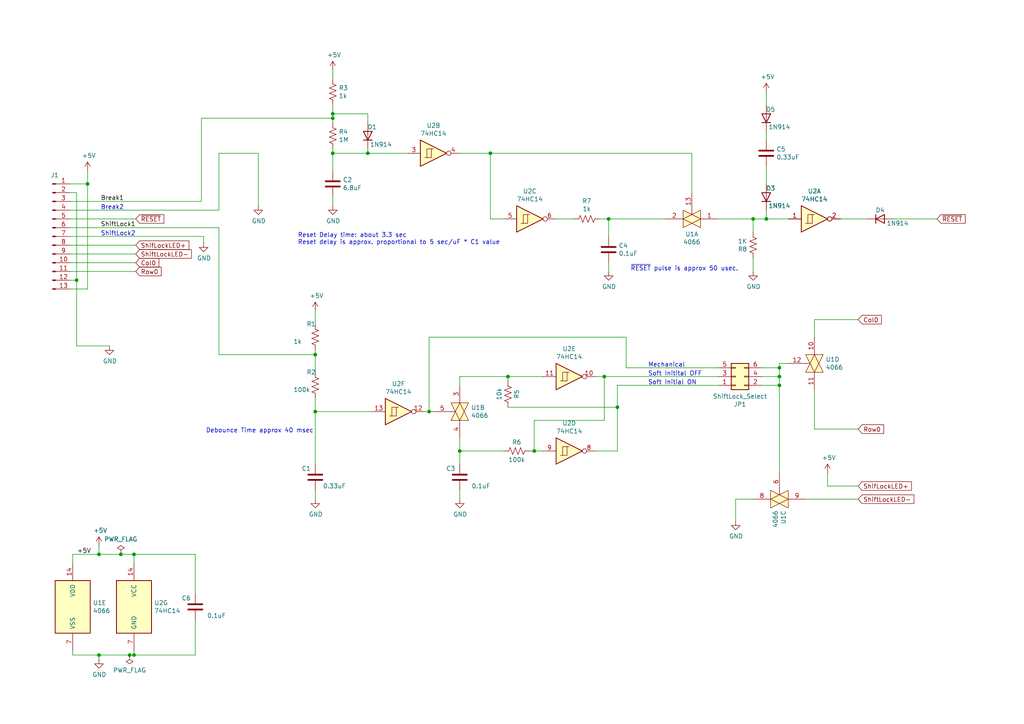
<source format=kicad_sch>
(kicad_sch (version 20211123) (generator eeschema)
  (paper "A4")
  (title_block (title "RESET and SHIFTLOCK circuits") (date "2022-04-07") (rev "1.3") (company "OSIWeb.org"))
  (lib_symbols
    (symbol "4xxx:4066" (pin_names (offset 1.016))
      (property "Reference" "U" (at -7.62 8.89 0))
      (property "Value" "4066" (at -7.62 -8.89 0))
      (symbol "4066_1_0"
        (polyline (pts (xy 0 1.27) (xy 0 2.54)) (stroke (width 0.1524)))
        (polyline (pts (xy -2.54 0) (xy 2.54 2.54) (xy 2.54 -2.54) (xy -2.54 0)) (fill (type background)))
        (polyline (pts (xy -2.54 2.54) (xy 2.54 0) (xy -2.54 -2.54) (xy -2.54 2.54)) (fill (type background)))
        (pin passive line (at -7.62 0 0) (length 5.08) (name "~") (number "1"))
        (pin input line (at 0 7.62 270) (length 5.08) (name "~") (number "13"))
        (pin passive line (at 7.62 0 180) (length 5.08) (name "~") (number "2"))
      )
      (symbol "4066_2_0"
        (polyline (pts (xy 0 1.27) (xy 0 2.54)) (stroke (width 0.1524)))
        (polyline (pts (xy -2.54 0) (xy 2.54 2.54) (xy 2.54 -2.54) (xy -2.54 0)) (fill (type background)))
        (polyline (pts (xy -2.54 2.54) (xy 2.54 0) (xy -2.54 -2.54) (xy -2.54 2.54)) (fill (type background)))
        (pin passive line (at 7.62 0 180) (length 5.08) (name "~") (number "3"))
        (pin passive line (at -7.62 0 0) (length 5.08) (name "~") (number "4"))
        (pin input line (at 0 7.62 270) (length 5.08) (name "~") (number "5"))
      )
      (symbol "4066_3_0"
        (polyline (pts (xy 0 1.27) (xy 0 2.54)) (stroke (width 0.1524)))
        (polyline (pts (xy -2.54 0) (xy 2.54 2.54) (xy 2.54 -2.54) (xy -2.54 0)) (fill (type background)))
        (polyline (pts (xy -2.54 2.54) (xy 2.54 0) (xy -2.54 -2.54) (xy -2.54 2.54)) (fill (type background)))
        (pin input line (at 0 7.62 270) (length 5.08) (name "~") (number "6"))
        (pin passive line (at -7.62 0 0) (length 5.08) (name "~") (number "8"))
        (pin passive line (at 7.62 0 180) (length 5.08) (name "~") (number "9"))
      )
      (symbol "4066_4_0"
        (polyline (pts (xy 0 1.27) (xy 0 2.54)) (stroke (width 0.1524)))
        (polyline (pts (xy -2.54 0) (xy 2.54 2.54) (xy 2.54 -2.54) (xy -2.54 0)) (fill (type background)))
        (polyline (pts (xy -2.54 2.54) (xy 2.54 0) (xy -2.54 -2.54) (xy -2.54 2.54)) (fill (type background)))
        (pin passive line (at 7.62 0 180) (length 5.08) (name "~") (number "10"))
        (pin passive line (at -7.62 0 0) (length 5.08) (name "~") (number "11"))
        (pin input line (at 0 7.62 270) (length 5.08) (name "~") (number "12"))
      )
      (symbol "4066_5_0"
        (pin power_in line (at 0 12.7 270) (length 5.08) (name "VDD") (number "14"))
        (pin power_in line (at 0 -12.7 90) (length 5.08) (name "VSS") (number "7"))
      )
      (symbol "4066_5_1"
        (rectangle (start -5.08 7.62) (end 5.08 -7.62) (stroke (width 0.254)) (fill (type background)))
      )
    )
    (symbol "74xx:74HC14" (pin_names (offset 1.016))
      (property "Reference" "U" (at 0 1.27 0))
      (property "Value" "74HC14" (at 0 -1.27 0))
      (symbol "74HC14_1_0"
        (polyline (pts (xy -3.81 3.81) (xy -3.81 -3.81) (xy 3.81 0) (xy -3.81 3.81)) (stroke (width 0.254)) (fill (type background)))
        (pin input line (at -7.62 0 0) (length 3.81) (name "~") (number "1"))
        (pin output inverted (at 7.62 0 180) (length 3.81) (name "~") (number "2"))
      )
      (symbol "74HC14_1_1"
        (polyline (pts (xy -1.905 -1.27) (xy -1.905 1.27) (xy -0.635 1.27)))
        (polyline (pts (xy -2.54 -1.27) (xy -0.635 -1.27) (xy -0.635 1.27) (xy 0 1.27)))
      )
      (symbol "74HC14_2_0"
        (polyline (pts (xy -3.81 3.81) (xy -3.81 -3.81) (xy 3.81 0) (xy -3.81 3.81)) (stroke (width 0.254)) (fill (type background)))
        (pin input line (at -7.62 0 0) (length 3.81) (name "~") (number "3"))
        (pin output inverted (at 7.62 0 180) (length 3.81) (name "~") (number "4"))
      )
      (symbol "74HC14_2_1"
        (polyline (pts (xy -1.905 -1.27) (xy -1.905 1.27) (xy -0.635 1.27)))
        (polyline (pts (xy -2.54 -1.27) (xy -0.635 -1.27) (xy -0.635 1.27) (xy 0 1.27)))
      )
      (symbol "74HC14_3_0"
        (polyline (pts (xy -3.81 3.81) (xy -3.81 -3.81) (xy 3.81 0) (xy -3.81 3.81)) (stroke (width 0.254)) (fill (type background)))
        (pin input line (at -7.62 0 0) (length 3.81) (name "~") (number "5"))
        (pin output inverted (at 7.62 0 180) (length 3.81) (name "~") (number "6"))
      )
      (symbol "74HC14_3_1"
        (polyline (pts (xy -1.905 -1.27) (xy -1.905 1.27) (xy -0.635 1.27)))
        (polyline (pts (xy -2.54 -1.27) (xy -0.635 -1.27) (xy -0.635 1.27) (xy 0 1.27)))
      )
      (symbol "74HC14_4_0"
        (polyline (pts (xy -3.81 3.81) (xy -3.81 -3.81) (xy 3.81 0) (xy -3.81 3.81)) (stroke (width 0.254)) (fill (type background)))
        (pin output inverted (at 7.62 0 180) (length 3.81) (name "~") (number "8"))
        (pin input line (at -7.62 0 0) (length 3.81) (name "~") (number "9"))
      )
      (symbol "74HC14_4_1"
        (polyline (pts (xy -1.905 -1.27) (xy -1.905 1.27) (xy -0.635 1.27)))
        (polyline (pts (xy -2.54 -1.27) (xy -0.635 -1.27) (xy -0.635 1.27) (xy 0 1.27)))
      )
      (symbol "74HC14_5_0"
        (polyline (pts (xy -3.81 3.81) (xy -3.81 -3.81) (xy 3.81 0) (xy -3.81 3.81)) (stroke (width 0.254)) (fill (type background)))
        (pin output inverted (at 7.62 0 180) (length 3.81) (name "~") (number "10"))
        (pin input line (at -7.62 0 0) (length 3.81) (name "~") (number "11"))
      )
      (symbol "74HC14_5_1"
        (polyline (pts (xy -1.905 -1.27) (xy -1.905 1.27) (xy -0.635 1.27)))
        (polyline (pts (xy -2.54 -1.27) (xy -0.635 -1.27) (xy -0.635 1.27) (xy 0 1.27)))
      )
      (symbol "74HC14_6_0"
        (polyline (pts (xy -3.81 3.81) (xy -3.81 -3.81) (xy 3.81 0) (xy -3.81 3.81)) (stroke (width 0.254)) (fill (type background)))
        (pin output inverted (at 7.62 0 180) (length 3.81) (name "~") (number "12"))
        (pin input line (at -7.62 0 0) (length 3.81) (name "~") (number "13"))
      )
      (symbol "74HC14_6_1"
        (polyline (pts (xy -1.905 -1.27) (xy -1.905 1.27) (xy -0.635 1.27)))
        (polyline (pts (xy -2.54 -1.27) (xy -0.635 -1.27) (xy -0.635 1.27) (xy 0 1.27)))
      )
      (symbol "74HC14_7_0"
        (pin power_in line (at 0 12.7 270) (length 5.08) (name "VCC") (number "14"))
        (pin power_in line (at 0 -12.7 90) (length 5.08) (name "GND") (number "7"))
      )
      (symbol "74HC14_7_1"
        (rectangle (start -5.08 7.62) (end 5.08 -7.62) (stroke (width 0.254)) (fill (type background)))
      )
    )
    (symbol "74xx:74LS14" (pin_names (offset 1.016))
      (property "Reference" "U" (at 0 1.27 0))
      (property "Value" "74LS14" (at 0 -1.27 0))
      (symbol "74LS14_1_0"
        (polyline (pts (xy -3.81 3.81) (xy -3.81 -3.81) (xy 3.81 0) (xy -3.81 3.81)) (stroke (width 0.254)) (fill (type background)))
        (pin input line (at -7.62 0 0) (length 3.81) (name "~") (number "1"))
        (pin output inverted (at 7.62 0 180) (length 3.81) (name "~") (number "2"))
      )
      (symbol "74LS14_1_1"
        (polyline (pts (xy -1.905 -1.27) (xy -1.905 1.27) (xy -0.635 1.27)))
        (polyline (pts (xy -2.54 -1.27) (xy -0.635 -1.27) (xy -0.635 1.27) (xy 0 1.27)))
      )
      (symbol "74LS14_2_0"
        (polyline (pts (xy -3.81 3.81) (xy -3.81 -3.81) (xy 3.81 0) (xy -3.81 3.81)) (stroke (width 0.254)) (fill (type background)))
        (pin input line (at -7.62 0 0) (length 3.81) (name "~") (number "3"))
        (pin output inverted (at 7.62 0 180) (length 3.81) (name "~") (number "4"))
      )
      (symbol "74LS14_2_1"
        (polyline (pts (xy -1.905 -1.27) (xy -1.905 1.27) (xy -0.635 1.27)))
        (polyline (pts (xy -2.54 -1.27) (xy -0.635 -1.27) (xy -0.635 1.27) (xy 0 1.27)))
      )
      (symbol "74LS14_3_0"
        (polyline (pts (xy -3.81 3.81) (xy -3.81 -3.81) (xy 3.81 0) (xy -3.81 3.81)) (stroke (width 0.254)) (fill (type background)))
        (pin input line (at -7.62 0 0) (length 3.81) (name "~") (number "5"))
        (pin output inverted (at 7.62 0 180) (length 3.81) (name "~") (number "6"))
      )
      (symbol "74LS14_3_1"
        (polyline (pts (xy -1.905 -1.27) (xy -1.905 1.27) (xy -0.635 1.27)))
        (polyline (pts (xy -2.54 -1.27) (xy -0.635 -1.27) (xy -0.635 1.27) (xy 0 1.27)))
      )
      (symbol "74LS14_4_0"
        (polyline (pts (xy -3.81 3.81) (xy -3.81 -3.81) (xy 3.81 0) (xy -3.81 3.81)) (stroke (width 0.254)) (fill (type background)))
        (pin output inverted (at 7.62 0 180) (length 3.81) (name "~") (number "8"))
        (pin input line (at -7.62 0 0) (length 3.81) (name "~") (number "9"))
      )
      (symbol "74LS14_4_1"
        (polyline (pts (xy -1.905 -1.27) (xy -1.905 1.27) (xy -0.635 1.27)))
        (polyline (pts (xy -2.54 -1.27) (xy -0.635 -1.27) (xy -0.635 1.27) (xy 0 1.27)))
      )
      (symbol "74LS14_5_0"
        (polyline (pts (xy -3.81 3.81) (xy -3.81 -3.81) (xy 3.81 0) (xy -3.81 3.81)) (stroke (width 0.254)) (fill (type background)))
        (pin output inverted (at 7.62 0 180) (length 3.81) (name "~") (number "10"))
        (pin input line (at -7.62 0 0) (length 3.81) (name "~") (number "11"))
      )
      (symbol "74LS14_5_1"
        (polyline (pts (xy -1.905 -1.27) (xy -1.905 1.27) (xy -0.635 1.27)))
        (polyline (pts (xy -2.54 -1.27) (xy -0.635 -1.27) (xy -0.635 1.27) (xy 0 1.27)))
      )
      (symbol "74LS14_6_0"
        (polyline (pts (xy -3.81 3.81) (xy -3.81 -3.81) (xy 3.81 0) (xy -3.81 3.81)) (stroke (width 0.254)) (fill (type background)))
        (pin output inverted (at 7.62 0 180) (length 3.81) (name "~") (number "12"))
        (pin input line (at -7.62 0 0) (length 3.81) (name "~") (number "13"))
      )
      (symbol "74LS14_6_1"
        (polyline (pts (xy -1.905 -1.27) (xy -1.905 1.27) (xy -0.635 1.27)))
        (polyline (pts (xy -2.54 -1.27) (xy -0.635 -1.27) (xy -0.635 1.27) (xy 0 1.27)))
      )
      (symbol "74LS14_7_0"
        (pin power_in line (at 0 12.7 270) (length 5.08) (name "VCC") (number "14"))
        (pin power_in line (at 0 -12.7 90) (length 5.08) (name "GND") (number "7"))
      )
      (symbol "74LS14_7_1"
        (rectangle (start -5.08 7.62) (end 5.08 -7.62) (stroke (width 0.254)) (fill (type background)))
      )
    )
    (symbol "Connector:Conn_01x13_Male" (pin_names (offset 1.016) hide)
      (property "Reference" "J" (at 0 17.78 0))
      (property "Value" "Conn_01x13_Male" (at 0 -17.78 0))
      (symbol "Conn_01x13_Male_1_1"
        (polyline (pts (xy 1.27 -15.24) (xy 0.8636 -15.24)) (stroke (width 0.1524)))
        (polyline (pts (xy 1.27 -12.7) (xy 0.8636 -12.7)) (stroke (width 0.1524)))
        (polyline (pts (xy 1.27 -10.16) (xy 0.8636 -10.16)) (stroke (width 0.1524)))
        (polyline (pts (xy 1.27 -7.62) (xy 0.8636 -7.62)) (stroke (width 0.1524)))
        (polyline (pts (xy 1.27 -5.08) (xy 0.8636 -5.08)) (stroke (width 0.1524)))
        (polyline (pts (xy 1.27 -2.54) (xy 0.8636 -2.54)) (stroke (width 0.1524)))
        (polyline (pts (xy 1.27 0) (xy 0.8636 0)) (stroke (width 0.1524)))
        (polyline (pts (xy 1.27 2.54) (xy 0.8636 2.54)) (stroke (width 0.1524)))
        (polyline (pts (xy 1.27 5.08) (xy 0.8636 5.08)) (stroke (width 0.1524)))
        (polyline (pts (xy 1.27 7.62) (xy 0.8636 7.62)) (stroke (width 0.1524)))
        (polyline (pts (xy 1.27 10.16) (xy 0.8636 10.16)) (stroke (width 0.1524)))
        (polyline (pts (xy 1.27 12.7) (xy 0.8636 12.7)) (stroke (width 0.1524)))
        (polyline (pts (xy 1.27 15.24) (xy 0.8636 15.24)) (stroke (width 0.1524)))
        (rectangle (start 0.8636 -15.113) (end 0 -15.367) (stroke (width 0.1524)) (fill (type outline)))
        (rectangle (start 0.8636 -12.573) (end 0 -12.827) (stroke (width 0.1524)) (fill (type outline)))
        (rectangle (start 0.8636 -10.033) (end 0 -10.287) (stroke (width 0.1524)) (fill (type outline)))
        (rectangle (start 0.8636 -7.493) (end 0 -7.747) (stroke (width 0.1524)) (fill (type outline)))
        (rectangle (start 0.8636 -4.953) (end 0 -5.207) (stroke (width 0.1524)) (fill (type outline)))
        (rectangle (start 0.8636 -2.413) (end 0 -2.667) (stroke (width 0.1524)) (fill (type outline)))
        (rectangle (start 0.8636 0.127) (end 0 -0.127) (stroke (width 0.1524)) (fill (type outline)))
        (rectangle (start 0.8636 2.667) (end 0 2.413) (stroke (width 0.1524)) (fill (type outline)))
        (rectangle (start 0.8636 5.207) (end 0 4.953) (stroke (width 0.1524)) (fill (type outline)))
        (rectangle (start 0.8636 7.747) (end 0 7.493) (stroke (width 0.1524)) (fill (type outline)))
        (rectangle (start 0.8636 10.287) (end 0 10.033) (stroke (width 0.1524)) (fill (type outline)))
        (rectangle (start 0.8636 12.827) (end 0 12.573) (stroke (width 0.1524)) (fill (type outline)))
        (rectangle (start 0.8636 15.367) (end 0 15.113) (stroke (width 0.1524)) (fill (type outline)))
        (pin passive line (at 5.08 15.24 180) (length 3.81) (name "Pin_1") (number "1"))
        (pin passive line (at 5.08 -7.62 180) (length 3.81) (name "Pin_10") (number "10"))
        (pin passive line (at 5.08 -10.16 180) (length 3.81) (name "Pin_11") (number "11"))
        (pin passive line (at 5.08 -12.7 180) (length 3.81) (name "Pin_12") (number "12"))
        (pin passive line (at 5.08 -15.24 180) (length 3.81) (name "Pin_13") (number "13"))
        (pin passive line (at 5.08 12.7 180) (length 3.81) (name "Pin_2") (number "2"))
        (pin passive line (at 5.08 10.16 180) (length 3.81) (name "Pin_3") (number "3"))
        (pin passive line (at 5.08 7.62 180) (length 3.81) (name "Pin_4") (number "4"))
        (pin passive line (at 5.08 5.08 180) (length 3.81) (name "Pin_5") (number "5"))
        (pin passive line (at 5.08 2.54 180) (length 3.81) (name "Pin_6") (number "6"))
        (pin passive line (at 5.08 0 180) (length 3.81) (name "Pin_7") (number "7"))
        (pin passive line (at 5.08 -2.54 180) (length 3.81) (name "Pin_8") (number "8"))
        (pin passive line (at 5.08 -5.08 180) (length 3.81) (name "Pin_9") (number "9"))
      )
    )
    (symbol "Connector_Generic:Conn_02x03_Odd_Even" (pin_names (offset 1.016) hide)
      (property "Reference" "J" (at 1.27 5.08 0))
      (property "Value" "Conn_02x03_Odd_Even" (at 1.27 -5.08 0))
      (symbol "Conn_02x03_Odd_Even_1_1"
        (rectangle (start -1.27 -2.413) (end 0 -2.667) (stroke (width 0.1524)))
        (rectangle (start -1.27 0.127) (end 0 -0.127) (stroke (width 0.1524)))
        (rectangle (start -1.27 2.667) (end 0 2.413) (stroke (width 0.1524)))
        (rectangle (start -1.27 3.81) (end 3.81 -3.81) (stroke (width 0.254)) (fill (type background)))
        (rectangle (start 3.81 -2.413) (end 2.54 -2.667) (stroke (width 0.1524)))
        (rectangle (start 3.81 0.127) (end 2.54 -0.127) (stroke (width 0.1524)))
        (rectangle (start 3.81 2.667) (end 2.54 2.413) (stroke (width 0.1524)))
        (pin passive line (at -5.08 2.54 0) (length 3.81) (name "Pin_1") (number "1"))
        (pin passive line (at 7.62 2.54 180) (length 3.81) (name "Pin_2") (number "2"))
        (pin passive line (at -5.08 0 0) (length 3.81) (name "Pin_3") (number "3"))
        (pin passive line (at 7.62 0 180) (length 3.81) (name "Pin_4") (number "4"))
        (pin passive line (at -5.08 -2.54 0) (length 3.81) (name "Pin_5") (number "5"))
        (pin passive line (at 7.62 -2.54 180) (length 3.81) (name "Pin_6") (number "6"))
      )
    )
    (symbol "Device:C" (pin_numbers hide) (pin_names (offset 0.254))
      (property "Reference" "C" (at 0.635 2.54 0))
      (property "Value" "C" (at 0.635 -2.54 0))
      (symbol "C_0_1"
        (polyline (pts (xy -2.032 -0.762) (xy 2.032 -0.762)) (stroke (width 0.508)))
        (polyline (pts (xy -2.032 0.762) (xy 2.032 0.762)) (stroke (width 0.508)))
      )
      (symbol "C_1_1"
        (pin passive line (at 0 3.81 270) (length 2.794) (name "~") (number "1"))
        (pin passive line (at 0 -3.81 90) (length 2.794) (name "~") (number "2"))
      )
    )
    (symbol "Device:R_US" (pin_numbers hide) (pin_names (offset 0))
      (property "Reference" "R" (at 2.54 0 90))
      (property "Value" "R_US" (at -2.54 0 90))
      (symbol "R_US_0_1"
        (polyline (pts (xy 0 -2.286) (xy 0 -2.54)))
        (polyline (pts (xy 0 2.286) (xy 0 2.54)))
        (polyline (pts (xy 0 -0.762) (xy 1.016 -1.143) (xy 0 -1.524) (xy -1.016 -1.905) (xy 0 -2.286)))
        (polyline (pts (xy 0 0.762) (xy 1.016 0.381) (xy 0 0) (xy -1.016 -0.381) (xy 0 -0.762)))
        (polyline (pts (xy 0 2.286) (xy 1.016 1.905) (xy 0 1.524) (xy -1.016 1.143) (xy 0 0.762)))
      )
      (symbol "R_US_1_1"
        (pin passive line (at 0 3.81 270) (length 1.27) (name "~") (number "1"))
        (pin passive line (at 0 -3.81 90) (length 1.27) (name "~") (number "2"))
      )
    )
    (symbol "Diode:1N914" (pin_numbers hide) (pin_names (offset 1.016) hide)
      (property "Reference" "D" (at 0 2.54 0))
      (property "Value" "1N914" (at 0 -2.54 0))
      (symbol "1N914_0_1"
        (polyline (pts (xy -1.27 1.27) (xy -1.27 -1.27)) (stroke (width 0.254)))
        (polyline (pts (xy 1.27 0) (xy -1.27 0)))
        (polyline (pts (xy 1.27 1.27) (xy 1.27 -1.27) (xy -1.27 0) (xy 1.27 1.27)) (stroke (width 0.254)))
      )
      (symbol "1N914_1_1"
        (pin passive line (at -3.81 0 0) (length 2.54) (name "K") (number "1"))
        (pin passive line (at 3.81 0 180) (length 2.54) (name "A") (number "2"))
      )
    )
    (symbol "power:+5V" (power) (pin_names (offset 0))
      (property "Value" "+5V" (at 0 3.556 0))
      (symbol "+5V_0_1"
        (polyline (pts (xy -0.762 1.27) (xy 0 2.54)))
        (polyline (pts (xy 0 0) (xy 0 2.54)))
        (polyline (pts (xy 0 2.54) (xy 0.762 1.27)))
      )
      (symbol "+5V_1_1"
        (pin power_in line (at 0 0 90) (length 0) hide (name "+5V") (number "1"))
      )
    )
    (symbol "power:GND" (power) (pin_names (offset 0))
      (property "Value" "GND" (at 0 -3.81 0))
      (symbol "GND_0_1"
        (polyline (pts (xy 0 0) (xy 0 -1.27) (xy 1.27 -1.27) (xy 0 -2.54) (xy -1.27 -1.27) (xy 0 -1.27)))
      )
      (symbol "GND_1_1"
        (pin power_in line (at 0 0 270) (length 0) hide (name "GND") (number "1"))
      )
    )
    (symbol "power:PWR_FLAG" (power) (pin_numbers hide) (pin_names (offset 0) hide)
      (property "Value" "PWR_FLAG" (at 0 3.81 0))
      (symbol "PWR_FLAG_0_0"
        (pin power_out line (at 0 0 90) (length 0) (name "pwr") (number "1"))
      )
      (symbol "PWR_FLAG_0_1"
        (polyline (pts (xy 0 0) (xy 0 1.27) (xy -1.016 1.905) (xy 0 2.54) (xy 1.016 1.905) (xy 0 1.27)))
      )
    )
  )
  (junction (at 25.4 53.34))
  (junction (at 38.862 160.782))
  (junction (at 35.052 160.782))
  (junction (at 147.32 109.22))
  (junction (at 28.702 160.782))
  (junction (at 226.06 109.22))
  (junction (at 91.44 119.38))
  (junction (at 176.53 63.5))
  (junction (at 96.52 44.45))
  (junction (at 124.46 119.38))
  (junction (at 28.702 189.992))
  (junction (at 37.592 189.992))
  (junction (at 133.35 130.81))
  (junction (at 91.44 102.87))
  (junction (at 38.862 189.992))
  (junction (at 175.26 109.22))
  (junction (at 218.44 63.5))
  (junction (at 226.06 106.68))
  (junction (at 226.06 111.76))
  (junction (at 154.94 130.81))
  (junction (at 179.07 118.11))
  (junction (at 22.225 81.28))
  (junction (at 106.68 44.45))
  (junction (at 96.52 34.29))
  (junction (at 142.24 44.45))
  (junction (at 222.25 63.5))
  (junction (at 96.52 33.02))
  (wire (pts (xy 106.68 35.56) (xy 106.68 33.02)))
  (wire (pts (xy 20.32 81.28) (xy 22.225 81.28)))
  (wire (pts (xy 20.32 76.2) (xy 39.37 76.2)))
  (wire (pts (xy 226.06 109.22) (xy 220.98 109.22)))
  (wire (pts (xy 20.32 55.88) (xy 22.225 55.88)))
  (wire (pts (xy 222.25 40.64) (xy 222.25 38.1)))
  (wire (pts (xy 236.22 113.03) (xy 236.22 124.46)))
  (wire (pts (xy 226.06 105.41) (xy 226.06 106.68)))
  (wire (pts (xy 59.055 68.58) (xy 59.055 70.485)))
  (wire (pts (xy 226.06 105.41) (xy 228.6 105.41)))
  (wire (pts (xy 124.46 119.38) (xy 124.46 97.79)))
  (wire (pts (xy 28.702 189.992) (xy 37.592 189.992)))
  (wire (pts (xy 22.225 55.88) (xy 22.225 81.28)))
  (wire (pts (xy 58.42 34.29) (xy 96.52 34.29)))
  (wire (pts (xy 38.862 160.782) (xy 38.862 163.322)))
  (wire (pts (xy 154.94 130.81) (xy 157.48 130.81)))
  (wire (pts (xy 20.32 68.58) (xy 59.055 68.58)))
  (wire (pts (xy 175.26 121.92) (xy 175.26 109.22)))
  (wire (pts (xy 20.32 71.12) (xy 39.37 71.12)))
  (wire (pts (xy 22.225 81.28) (xy 22.225 100.33)))
  (wire (pts (xy 208.28 63.5) (xy 218.44 63.5)))
  (wire (pts (xy 179.07 111.76) (xy 208.28 111.76)))
  (wire (pts (xy 226.06 111.76) (xy 226.06 137.16)))
  (wire (pts (xy 236.22 92.71) (xy 248.92 92.71)))
  (wire (pts (xy 233.68 144.78) (xy 248.92 144.78)))
  (wire (pts (xy 91.44 102.87) (xy 91.44 101.6)))
  (wire (pts (xy 240.03 140.97) (xy 248.92 140.97)))
  (wire (pts (xy 142.24 44.45) (xy 200.66 44.45)))
  (wire (pts (xy 208.28 109.22) (xy 175.26 109.22)))
  (wire (pts (xy 96.52 43.18) (xy 96.52 44.45)))
  (wire (pts (xy 222.25 53.34) (xy 222.25 48.26)))
  (wire (pts (xy 21.082 163.322) (xy 21.082 160.782)))
  (wire (pts (xy 28.702 160.782) (xy 35.052 160.782)))
  (wire (pts (xy 176.53 63.5) (xy 193.04 63.5)))
  (wire (pts (xy 157.48 109.22) (xy 147.32 109.22)))
  (wire (pts (xy 106.68 44.45) (xy 96.52 44.45)))
  (wire (pts (xy 222.25 63.5) (xy 222.25 60.96)))
  (wire (pts (xy 35.052 160.782) (xy 38.862 160.782)))
  (wire (pts (xy 236.22 97.79) (xy 236.22 92.71)))
  (wire (pts (xy 213.36 144.78) (xy 218.44 144.78)))
  (wire (pts (xy 146.05 63.5) (xy 142.24 63.5)))
  (wire (pts (xy 133.35 142.24) (xy 133.35 144.78)))
  (wire (pts (xy 240.03 137.16) (xy 240.03 140.97)))
  (wire (pts (xy 96.52 44.45) (xy 96.52 49.53)))
  (wire (pts (xy 20.32 60.96) (xy 63.5 60.96)))
  (wire (pts (xy 133.35 44.45) (xy 142.24 44.45)))
  (wire (pts (xy 96.52 33.02) (xy 96.52 34.29)))
  (wire (pts (xy 236.22 124.46) (xy 248.92 124.46)))
  (wire (pts (xy 58.42 58.42) (xy 58.42 34.29)))
  (wire (pts (xy 271.78 63.5) (xy 259.08 63.5)))
  (wire (pts (xy 91.44 93.98) (xy 91.44 90.17)))
  (wire (pts (xy 63.5 44.45) (xy 63.5 60.96)))
  (wire (pts (xy 96.52 33.02) (xy 106.68 33.02)))
  (wire (pts (xy 124.46 97.79) (xy 181.61 97.79)))
  (wire (pts (xy 91.44 119.38) (xy 107.95 119.38)))
  (wire (pts (xy 176.53 78.74) (xy 176.53 76.2)))
  (wire (pts (xy 153.67 130.81) (xy 154.94 130.81)))
  (wire (pts (xy 218.44 67.31) (xy 218.44 63.5)))
  (wire (pts (xy 21.082 189.992) (xy 21.082 188.722)))
  (wire (pts (xy 222.25 63.5) (xy 228.6 63.5)))
  (wire (pts (xy 218.44 63.5) (xy 222.25 63.5)))
  (wire (pts (xy 222.25 30.48) (xy 222.25 26.67)))
  (wire (pts (xy 147.32 109.22) (xy 147.32 110.49)))
  (wire (pts (xy 91.44 144.78) (xy 91.44 142.24)))
  (wire (pts (xy 179.07 118.11) (xy 179.07 111.76)))
  (wire (pts (xy 218.44 74.93) (xy 218.44 78.74)))
  (wire (pts (xy 28.702 191.262) (xy 28.702 189.992)))
  (wire (pts (xy 200.66 44.45) (xy 200.66 55.88)))
  (wire (pts (xy 25.4 83.82) (xy 25.4 53.34)))
  (wire (pts (xy 181.61 106.68) (xy 208.28 106.68)))
  (wire (pts (xy 220.98 106.68) (xy 226.06 106.68)))
  (wire (pts (xy 74.93 44.45) (xy 74.93 59.69)))
  (wire (pts (xy 56.642 160.782) (xy 56.642 172.212)))
  (wire (pts (xy 154.94 121.92) (xy 175.26 121.92)))
  (wire (pts (xy 21.082 189.992) (xy 28.702 189.992)))
  (wire (pts (xy 147.32 118.11) (xy 179.07 118.11)))
  (wire (pts (xy 63.5 66.04) (xy 63.5 102.87)))
  (wire (pts (xy 56.642 179.832) (xy 56.642 189.992)))
  (wire (pts (xy 63.5 102.87) (xy 91.44 102.87)))
  (wire (pts (xy 226.06 109.22) (xy 226.06 111.76)))
  (wire (pts (xy 63.5 44.45) (xy 74.93 44.45)))
  (wire (pts (xy 96.52 34.29) (xy 96.52 35.56)))
  (wire (pts (xy 133.35 109.22) (xy 147.32 109.22)))
  (wire (pts (xy 213.36 144.78) (xy 213.36 151.13)))
  (wire (pts (xy 37.592 189.992) (xy 38.862 189.992)))
  (wire (pts (xy 91.44 119.38) (xy 91.44 134.62)))
  (wire (pts (xy 20.32 78.74) (xy 39.37 78.74)))
  (wire (pts (xy 133.35 130.81) (xy 133.35 134.62)))
  (wire (pts (xy 179.07 130.81) (xy 172.72 130.81)))
  (wire (pts (xy 96.52 59.69) (xy 96.52 57.15)))
  (wire (pts (xy 22.225 100.33) (xy 31.75 100.33)))
  (wire (pts (xy 226.06 106.68) (xy 226.06 109.22)))
  (wire (pts (xy 179.07 118.11) (xy 179.07 130.81)))
  (wire (pts (xy 106.68 43.18) (xy 106.68 44.45)))
  (wire (pts (xy 91.44 119.38) (xy 91.44 115.57)))
  (wire (pts (xy 20.32 58.42) (xy 58.42 58.42)))
  (wire (pts (xy 146.05 130.81) (xy 133.35 130.81)))
  (wire (pts (xy 28.702 158.242) (xy 28.702 160.782)))
  (wire (pts (xy 38.862 188.722) (xy 38.862 189.992)))
  (wire (pts (xy 20.32 73.66) (xy 39.37 73.66)))
  (wire (pts (xy 175.26 109.22) (xy 172.72 109.22)))
  (wire (pts (xy 142.24 63.5) (xy 142.24 44.45)))
  (wire (pts (xy 38.862 160.782) (xy 56.642 160.782)))
  (wire (pts (xy 123.19 119.38) (xy 124.46 119.38)))
  (wire (pts (xy 220.98 111.76) (xy 226.06 111.76)))
  (wire (pts (xy 118.11 44.45) (xy 106.68 44.45)))
  (wire (pts (xy 96.52 20.32) (xy 96.52 22.86)))
  (wire (pts (xy 166.37 63.5) (xy 161.29 63.5)))
  (wire (pts (xy 96.52 30.48) (xy 96.52 33.02)))
  (wire (pts (xy 133.35 130.81) (xy 133.35 127)))
  (wire (pts (xy 124.46 119.38) (xy 125.73 119.38)))
  (wire (pts (xy 133.35 111.76) (xy 133.35 109.22)))
  (wire (pts (xy 176.53 63.5) (xy 176.53 68.58)))
  (wire (pts (xy 181.61 97.79) (xy 181.61 106.68)))
  (wire (pts (xy 91.44 102.87) (xy 91.44 107.95)))
  (wire (pts (xy 251.46 63.5) (xy 243.84 63.5)))
  (wire (pts (xy 20.32 63.5) (xy 39.37 63.5)))
  (wire (pts (xy 21.082 160.782) (xy 28.702 160.782)))
  (wire (pts (xy 176.53 63.5) (xy 173.99 63.5)))
  (wire (pts (xy 154.94 130.81) (xy 154.94 121.92)))
  (wire (pts (xy 20.32 83.82) (xy 25.4 83.82)))
  (wire (pts (xy 25.4 49.53) (xy 25.4 53.34)))
  (wire (pts (xy 20.32 66.04) (xy 63.5 66.04)))
  (wire (pts (xy 56.642 189.992) (xy 38.862 189.992)))
  (wire (pts (xy 25.4 53.34) (xy 20.32 53.34)))
  (text "Mechanical" (at 187.96 106.68 0) (effects (font (size 1.27 1.27)) (justify left bottom)))
  (text "Soft Initital OFF" (at 187.96 109.22 0) (effects (font (size 1.27 1.27)) (justify left bottom)))
  (text "Break2" (at 29.21 60.96 0) (effects (font (size 1.27 1.27)) (justify left bottom)))
  (text "Reset Delay time: about 3.3 sec\nReset delay is approx. proportional to 5 sec/uF * C1 value" (at 86.36 71.12 0) (effects (font (size 1.27 1.27)) (justify left bottom)))
  (text "Debounce Time approx 40 msec" (at 59.69 125.73 0) (effects (font (size 1.27 1.27)) (justify left bottom)))
  (text "~{RESET} pulse is approx 50 usec." (at 182.88 78.74 0) (effects (font (size 1.27 1.27)) (justify left bottom)))
  (text "Soft Initial ON" (at 187.96 111.76 0) (effects (font (size 1.27 1.27)) (justify left bottom)))
  (text "ShiftLock2" (at 29.21 68.58 0) (effects (font (size 1.27 1.27)) (justify left bottom)))
  (label "ShiftLock1" (at 29.21 66.04 0))
  (label "+5V" (at 22.352 160.782 0))
  (label "Break1" (at 29.21 58.42 0))
  (global_label "~{RESET}" (shape input) (at 271.78 63.5 0) (property "Intersheet References" "${INTERSHEET_REFS}" (effects hide)))
  (global_label "ShiftLockLED-" (shape input) (at 248.92 144.78 0) (property "Intersheet References" "${INTERSHEET_REFS}" (effects hide)))
  (global_label "ShifLockLED+" (shape input) (at 39.37 71.12 0) (property "Intersheet References" "${INTERSHEET_REFS}" (effects hide)))
  (global_label "Row0" (shape input) (at 248.92 124.46 0) (property "Intersheet References" "${INTERSHEET_REFS}" (effects hide)))
  (global_label "ShifLockLED+" (shape input) (at 248.92 140.97 0) (property "Intersheet References" "${INTERSHEET_REFS}" (effects hide)))
  (global_label "Row0" (shape input) (at 39.37 78.74 0) (property "Intersheet References" "${INTERSHEET_REFS}" (effects hide)))
  (global_label "~{RESET}" (shape input) (at 39.37 63.5 0) (property "Intersheet References" "${INTERSHEET_REFS}" (effects hide)))
  (global_label "ShiftLockLED-" (shape input) (at 39.37 73.66 0) (property "Intersheet References" "${INTERSHEET_REFS}" (effects hide)))
  (global_label "Col0" (shape input) (at 248.92 92.71 0) (property "Intersheet References" "${INTERSHEET_REFS}" (effects hide)))
  (global_label "Col0" (shape input) (at 39.37 76.2 0) (property "Intersheet References" "${INTERSHEET_REFS}" (effects hide)))
  (symbol (lib_id "4xxx:4066") (at 226.06 144.78 0) (unit 3)
    (property "Reference" "U1" (at 227.2284 148.0312 90) (effects (justify right)))
    (property "Value" "4066" (at 224.917 148.0312 90) (effects (justify right)))
    (property "Footprint" "Package_DIP:DIP-14_W7.62mm" (effects hide))
    (property "Datasheet" "http://www.ti.com/lit/ds/symlink/cd4066b.pdf" (effects hide))
  )
  (symbol (lib_id "power:GND") (at 213.36 151.13 0) (unit 1)
    (property "Reference" "#PWR013" (effects hide))
    (property "Value" "GND" (at 213.487 155.5242 0))
  )
  (symbol (lib_id "Diode:1N914") (at 222.25 34.29 90) (unit 1)
    (property "Reference" "D5" (at 223.52 31.75 90))
    (property "Value" "1N914" (at 226.06 36.83 90))
    (property "Footprint" "Diode_THT:D_DO-35_SOD27_P7.62mm_Horizontal" (effects hide))
    (property "Datasheet" "http://www.vishay.com/docs/85622/1n914.pdf" (effects hide))
  )
  (symbol (lib_id "Connector_Generic:Conn_02x03_Odd_Even") (at 213.36 109.22 0) (mirror x) (unit 1)
    (property "Reference" "JP1" (at 214.63 117.2718 0))
    (property "Value" "ShiftLock_Select" (at 214.63 114.9604 0))
    (property "Footprint" "Connector_PinHeader_2.54mm:PinHeader_2x03_P2.54mm_Vertical" (effects hide))
  )
  (symbol (lib_id "Diode:1N914") (at 255.27 63.5 0) (unit 1)
    (property "Reference" "D4" (at 255.27 60.96 0))
    (property "Value" "1N914" (at 260.35 64.77 0))
    (property "Footprint" "Diode_THT:D_DO-35_SOD27_P7.62mm_Horizontal" (effects hide))
    (property "Datasheet" "http://www.vishay.com/docs/85622/1n914.pdf" (effects hide))
  )
  (symbol (lib_id "Device:C") (at 56.642 176.022 180) (unit 1)
    (property "Reference" "C6" (at 55.372 173.482 0) (effects (justify left)))
    (property "Value" "0.1uF" (at 65.532 178.562 0) (effects (justify left)))
    (property "Footprint" "Capacitor_THT:C_Disc_D6.0mm_W2.5mm_P5.00mm" (effects hide))
  )
  (symbol (lib_id "74xx:74HC14") (at 125.73 44.45 0) (unit 2)
    (property "Reference" "U2" (at 125.73 36.3982 0))
    (property "Value" "74HC14" (at 125.73 38.7096 0))
    (property "Footprint" "Package_DIP:DIP-14_W7.62mm" (effects hide))
    (property "Datasheet" "http://www.ti.com/lit/gpn/sn74HC14" (effects hide))
  )
  (symbol (lib_id "74xx:74HC14") (at 236.22 63.5 0) (unit 1)
    (property "Reference" "U2" (at 236.22 55.4482 0))
    (property "Value" "74HC14" (at 236.22 57.7596 0))
    (property "Footprint" "Package_DIP:DIP-14_W7.62mm" (effects hide))
    (property "Datasheet" "http://www.ti.com/lit/gpn/sn74HC14" (effects hide))
  )
  (symbol (lib_id "74xx:74HC14") (at 153.67 63.5 0) (unit 3)
    (property "Reference" "U2" (at 153.67 55.4482 0))
    (property "Value" "74HC14" (at 153.67 57.7596 0))
    (property "Footprint" "Package_DIP:DIP-14_W7.62mm" (effects hide))
    (property "Datasheet" "http://www.ti.com/lit/gpn/sn74HC14" (effects hide))
  )
  (symbol (lib_id "74xx:74HC14") (at 165.1 130.81 0) (unit 4)
    (property "Reference" "U2" (at 165.1 122.7582 0))
    (property "Value" "74HC14" (at 165.1 125.0696 0))
    (property "Footprint" "Package_DIP:DIP-14_W7.62mm" (effects hide))
    (property "Datasheet" "http://www.ti.com/lit/gpn/sn74HC14" (effects hide))
  )
  (symbol (lib_id "74xx:74HC14") (at 165.1 109.22 0) (unit 5)
    (property "Reference" "U2" (at 165.1 101.1682 0))
    (property "Value" "74HC14" (at 165.1 103.4796 0))
    (property "Footprint" "Package_DIP:DIP-14_W7.62mm" (effects hide))
    (property "Datasheet" "http://www.ti.com/lit/gpn/sn74HC14" (effects hide))
  )
  (symbol (lib_id "74xx:74HC14") (at 115.57 119.38 0) (unit 6)
    (property "Reference" "U2" (at 115.57 111.3282 0))
    (property "Value" "74HC14" (at 115.57 113.6396 0))
    (property "Footprint" "Package_DIP:DIP-14_W7.62mm" (effects hide))
    (property "Datasheet" "http://www.ti.com/lit/gpn/sn74HC14" (effects hide))
  )
  (symbol (lib_id "Device:R_US") (at 149.86 130.81 90) (unit 1)
    (property "Reference" "R6" (at 149.86 128.27 90))
    (property "Value" "100k" (at 149.86 133.35 90))
    (property "Footprint" "Resistor_THT:R_Axial_DIN0207_L6.3mm_D2.5mm_P10.16mm_Horizontal" (effects hide))
  )
  (symbol (lib_id "Device:R_US") (at 147.32 114.3 0) (unit 1)
    (property "Reference" "R5" (at 149.86 114.3 90))
    (property "Value" "10k" (at 144.78 114.3 90))
    (property "Footprint" "Resistor_THT:R_Axial_DIN0207_L6.3mm_D2.5mm_P10.16mm_Horizontal" (effects hide))
  )
  (symbol (lib_id "power:GND") (at 133.35 144.78 0) (unit 1)
    (property "Reference" "#PWR011" (effects hide))
    (property "Value" "GND" (at 133.477 149.1742 0))
  )
  (symbol (lib_id "Device:C") (at 133.35 138.43 180) (unit 1)
    (property "Reference" "C3" (at 132.08 135.89 0) (effects (justify left)))
    (property "Value" "0.1uF" (at 142.24 140.97 0) (effects (justify left)))
    (property "Footprint" "Capacitor_THT:C_Disc_D6.0mm_W2.5mm_P5.00mm" (effects hide))
  )
  (symbol (lib_id "Device:R_US") (at 96.52 39.37 0) (unit 1)
    (property "Reference" "R4" (at 98.2472 38.2016 0) (effects (justify left)))
    (property "Value" "1M" (at 98.2472 40.513 0) (effects (justify left)))
    (property "Footprint" "Resistor_THT:R_Axial_DIN0207_L6.3mm_D2.5mm_P10.16mm_Horizontal" (effects hide))
  )
  (symbol (lib_id "Device:C") (at 96.52 53.34 0) (unit 1)
    (property "Reference" "C2" (at 99.441 52.1716 0) (effects (justify left)))
    (property "Value" "6.8uF" (at 99.441 54.483 0) (effects (justify left)))
    (property "Footprint" "Capacitor_THT:C_Disc_D6.0mm_W2.5mm_P5.00mm" (effects hide))
  )
  (symbol (lib_id "power:GND") (at 96.52 59.69 0) (unit 1)
    (property "Reference" "#PWR010" (effects hide))
    (property "Value" "GND" (at 96.647 64.0842 0))
  )
  (symbol (lib_id "4xxx:4066") (at 236.22 105.41 90) (unit 4)
    (property "Reference" "U1" (at 239.4712 104.2416 90) (effects (justify right)))
    (property "Value" "4066" (at 239.4712 106.553 90) (effects (justify right)))
    (property "Footprint" "Package_DIP:DIP-14_W7.62mm" (effects hide))
    (property "Datasheet" "http://www.ti.com/lit/ds/symlink/cd4066b.pdf" (effects hide))
  )
  (symbol (lib_id "4xxx:4066") (at 133.35 119.38 90) (unit 2)
    (property "Reference" "U1" (at 136.6012 118.2116 90) (effects (justify right)))
    (property "Value" "4066" (at 136.6012 120.523 90) (effects (justify right)))
    (property "Footprint" "Package_DIP:DIP-14_W7.62mm" (effects hide))
    (property "Datasheet" "http://www.ti.com/lit/ds/symlink/cd4066b.pdf" (effects hide))
  )
  (symbol (lib_id "4xxx:4066") (at 200.66 63.5 0) (mirror y) (unit 1)
    (property "Reference" "U1" (at 200.66 67.8942 0))
    (property "Value" "4066" (at 200.66 70.2056 0))
    (property "Footprint" "Package_DIP:DIP-14_W7.62mm" (effects hide))
    (property "Datasheet" "http://www.ti.com/lit/ds/symlink/cd4066b.pdf" (effects hide))
  )
  (symbol (lib_id "power:GND") (at 59.055 70.485 0) (unit 1)
    (property "Reference" "#PWR06" (effects hide))
    (property "Value" "GND" (at 59.182 74.8792 0))
  )
  (symbol (lib_id "Device:R_US") (at 91.44 111.76 0) (unit 1)
    (property "Reference" "R2" (at 88.9 107.95 0) (effects (justify left)))
    (property "Value" "100k" (at 85.09 113.03 0) (effects (justify left)))
    (property "Footprint" "Resistor_THT:R_Axial_DIN0207_L6.3mm_D2.5mm_P10.16mm_Horizontal" (effects hide))
  )
  (symbol (lib_id "power:+5V") (at 91.44 90.17 0) (unit 1)
    (property "Reference" "#PWR07" (effects hide))
    (property "Value" "+5V" (at 91.821 85.7758 0))
  )
  (symbol (lib_id "Device:C") (at 91.44 138.43 180) (unit 1)
    (property "Reference" "C1" (at 90.17 135.89 0) (effects (justify left)))
    (property "Value" "0.33uF" (at 100.33 140.97 0) (effects (justify left)))
    (property "Footprint" "Capacitor_THT:C_Disc_D6.0mm_W2.5mm_P5.00mm" (effects hide))
  )
  (symbol (lib_id "power:GND") (at 91.44 144.78 0) (unit 1)
    (property "Reference" "#PWR08" (effects hide))
    (property "Value" "GND" (at 91.567 149.1742 0))
  )
  (symbol (lib_id "power:+5V") (at 96.52 20.32 0) (unit 1)
    (property "Reference" "#PWR09" (effects hide))
    (property "Value" "+5V" (at 96.901 15.9258 0))
  )
  (symbol (lib_id "power:+5V") (at 240.03 137.16 0) (unit 1)
    (property "Reference" "#PWR014" (effects hide))
    (property "Value" "+5V" (at 240.411 132.7658 0))
  )
  (symbol (lib_id "Device:C") (at 176.53 72.39 0) (unit 1)
    (property "Reference" "C4" (at 179.451 71.2216 0) (effects (justify left)))
    (property "Value" "0.1uF" (at 179.451 73.533 0) (effects (justify left)))
    (property "Footprint" "Capacitor_THT:C_Disc_D6.0mm_W2.5mm_P5.00mm" (effects hide))
  )
  (symbol (lib_id "power:GND") (at 176.53 78.74 0) (unit 1)
    (property "Reference" "#PWR012" (effects hide))
    (property "Value" "GND" (at 176.657 83.1342 0))
  )
  (symbol (lib_id "Device:R_US") (at 170.18 63.5 270) (unit 1)
    (property "Reference" "R7" (at 170.18 58.293 90))
    (property "Value" "1k" (at 170.18 60.6044 90))
    (property "Footprint" "Resistor_THT:R_Axial_DIN0207_L6.3mm_D2.5mm_P10.16mm_Horizontal" (effects hide))
  )
  (symbol (lib_id "Device:R_US") (at 96.52 26.67 0) (unit 1)
    (property "Reference" "R3" (at 98.2472 25.5016 0) (effects (justify left)))
    (property "Value" "1k" (at 98.2472 27.813 0) (effects (justify left)))
    (property "Footprint" "Resistor_THT:R_Axial_DIN0207_L6.3mm_D2.5mm_P10.16mm_Horizontal" (effects hide))
  )
  (symbol (lib_id "Device:R_US") (at 218.44 71.12 180) (unit 1)
    (property "Reference" "R8" (at 216.7128 72.2884 0) (effects (justify left)))
    (property "Value" "1K" (at 216.7128 69.977 0) (effects (justify left)))
    (property "Footprint" "Resistor_THT:R_Axial_DIN0207_L6.3mm_D2.5mm_P10.16mm_Horizontal" (effects hide))
  )
  (symbol (lib_id "power:GND") (at 218.44 78.74 0) (unit 1)
    (property "Reference" "#PWR015" (effects hide))
    (property "Value" "GND" (at 218.567 83.1342 0))
  )
  (symbol (lib_id "Diode:1N914") (at 106.68 39.37 90) (unit 1)
    (property "Reference" "D1" (at 107.95 36.83 90))
    (property "Value" "1N914" (at 110.49 41.91 90))
    (property "Footprint" "Diode_THT:D_DO-35_SOD27_P7.62mm_Horizontal" (effects hide))
    (property "Datasheet" "http://www.vishay.com/docs/85622/1n914.pdf" (effects hide))
  )
  (symbol (lib_id "power:GND") (at 74.93 59.69 0) (unit 1)
    (property "Reference" "#PWR05" (effects hide))
    (property "Value" "GND" (at 75.057 64.0842 0))
  )
  (symbol (lib_id "Device:R_US") (at 91.44 97.79 0) (unit 1)
    (property "Reference" "R1" (at 88.9 93.98 0) (effects (justify left)))
    (property "Value" "1k" (at 85.09 99.06 0) (effects (justify left)))
    (property "Footprint" "Resistor_THT:R_Axial_DIN0207_L6.3mm_D2.5mm_P10.16mm_Horizontal" (effects hide))
  )
  (symbol (lib_id "74xx:74LS14") (at 38.862 176.022 0) (unit 7)
    (property "Reference" "U2" (at 44.704 174.8536 0) (effects (justify left)))
    (property "Value" "74HC14" (at 44.704 177.165 0) (effects (justify left)))
    (property "Footprint" "Package_DIP:DIP-14_W7.62mm" (effects hide))
    (property "Datasheet" "http://www.ti.com/lit/gpn/sn74HC14" (effects hide))
  )
  (symbol (lib_id "4xxx:4066") (at 21.082 176.022 0) (unit 5)
    (property "Reference" "U1" (at 26.924 174.8536 0) (effects (justify left)))
    (property "Value" "4066" (at 26.924 177.165 0) (effects (justify left)))
    (property "Footprint" "Package_DIP:DIP-14_W7.62mm" (effects hide))
    (property "Datasheet" "http://www.ti.com/lit/ds/symlink/cd4066b.pdf" (effects hide))
  )
  (symbol (lib_id "power:GND") (at 28.702 191.262 0) (unit 1)
    (property "Reference" "#PWR04" (effects hide))
    (property "Value" "GND" (at 28.829 195.6562 0))
  )
  (symbol (lib_id "power:+5V") (at 28.702 158.242 0) (unit 1)
    (property "Reference" "#PWR03" (effects hide))
    (property "Value" "+5V" (at 29.083 153.8478 0))
  )
  (symbol (lib_id "power:GND") (at 31.75 100.33 0) (unit 1)
    (property "Reference" "#PWR02" (effects hide))
    (property "Value" "GND" (at 31.877 104.7242 0))
  )
  (symbol (lib_id "power:+5V") (at 25.4 49.53 0) (unit 1)
    (property "Reference" "#PWR01" (effects hide))
    (property "Value" "+5V" (at 25.781 45.1358 0))
  )
  (symbol (lib_id "power:PWR_FLAG") (at 35.052 160.782 0) (unit 1)
    (property "Reference" "#FLG01" (effects hide))
    (property "Value" "PWR_FLAG" (at 35.052 156.3878 0))
  )
  (symbol (lib_id "power:PWR_FLAG") (at 37.592 189.992 180) (unit 1)
    (property "Reference" "#FLG02" (effects hide))
    (property "Value" "PWR_FLAG" (at 37.592 194.3862 0))
  )
  (symbol (lib_id "Diode:1N914") (at 222.25 57.15 90) (unit 1)
    (property "Reference" "D3" (at 223.52 54.61 90))
    (property "Value" "1N914" (at 226.06 59.69 90))
    (property "Footprint" "Diode_THT:D_DO-35_SOD27_P7.62mm_Horizontal" (effects hide))
    (property "Datasheet" "http://www.vishay.com/docs/85622/1n914.pdf" (effects hide))
  )
  (symbol (lib_id "Device:C") (at 222.25 44.45 0) (unit 1)
    (property "Reference" "C5" (at 225.171 43.2816 0) (effects (justify left)))
    (property "Value" "0.33uF" (at 225.171 45.593 0) (effects (justify left)))
    (property "Footprint" "Capacitor_THT:C_Disc_D6.0mm_W2.5mm_P5.00mm" (effects hide))
  )
  (symbol (lib_id "power:+5V") (at 222.25 26.67 0) (unit 1)
    (property "Reference" "#PWR0101" (effects hide))
    (property "Value" "+5V" (at 222.631 22.2758 0))
  )
  (symbol (lib_id "Connector:Conn_01x13_Male") (at 15.24 68.58 0) (unit 1)
    (property "Reference" "J1" (at 15.875 50.8 0))
    (property "Value" "Conn_01x13_Male" (effects hide))
    (property "Footprint" "Connector_PinHeader_2.54mm:PinHeader_1x13_P2.54mm_Vertical" (effects hide))
  )
)
</source>
